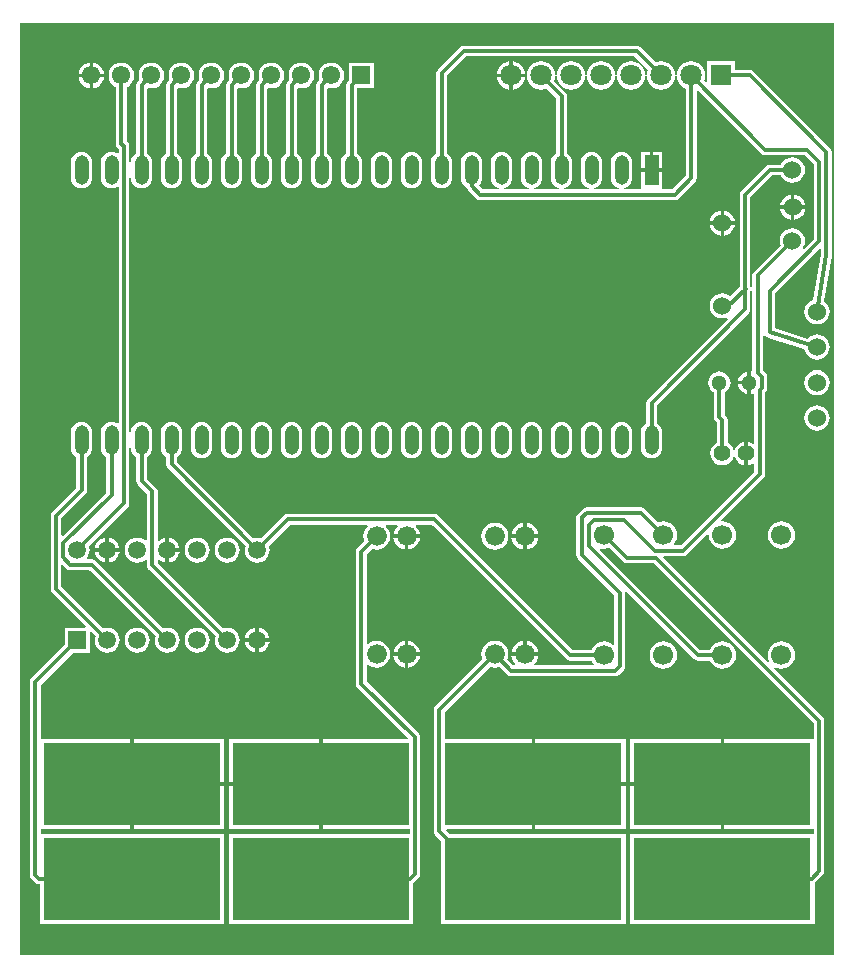
<source format=gtl>
G04 Layer_Physical_Order=1*
G04 Layer_Color=25308*
%FSLAX25Y25*%
%MOIN*%
G70*
G01*
G75*
%ADD10R,0.59055X0.27559*%
%ADD11C,0.01181*%
%ADD12C,0.06000*%
%ADD13C,0.05512*%
%ADD14R,0.05906X0.05906*%
%ADD15C,0.05906*%
%ADD16C,0.06600*%
%ADD17R,0.07087X0.07087*%
%ADD18C,0.07087*%
%ADD19C,0.06102*%
%ADD20R,0.06102X0.06102*%
%ADD21R,0.04724X0.09843*%
%ADD22O,0.04724X0.09843*%
%ADD23C,0.05118*%
%ADD24C,0.06693*%
G36*
X332438Y61263D02*
X61263D01*
Y371808D01*
X332438D01*
Y61263D01*
D02*
G37*
%LPC*%
G36*
X194481Y200197D02*
X190630D01*
Y196345D01*
X191209Y196422D01*
X192299Y196873D01*
X193235Y197591D01*
X193954Y198528D01*
X194405Y199618D01*
X194481Y200197D01*
D02*
G37*
G36*
X189449D02*
X185597D01*
X185674Y199618D01*
X186125Y198528D01*
X186843Y197591D01*
X187779Y196873D01*
X188870Y196422D01*
X189449Y196345D01*
Y200197D01*
D02*
G37*
G36*
X228819D02*
X224967D01*
X225044Y199618D01*
X225495Y198528D01*
X226213Y197591D01*
X227150Y196873D01*
X228240Y196422D01*
X228819Y196345D01*
Y200197D01*
D02*
G37*
G36*
X314961Y205669D02*
X313779Y205513D01*
X312678Y205057D01*
X311732Y204331D01*
X311006Y203386D01*
X310550Y202284D01*
X310394Y201102D01*
X310550Y199920D01*
X311006Y198819D01*
X311732Y197873D01*
X312678Y197148D01*
X313779Y196691D01*
X314961Y196536D01*
X316143Y196691D01*
X317244Y197148D01*
X318190Y197873D01*
X318916Y198819D01*
X319372Y199920D01*
X319527Y201102D01*
X319372Y202284D01*
X318916Y203386D01*
X318190Y204331D01*
X317244Y205057D01*
X316143Y205513D01*
X314961Y205669D01*
D02*
G37*
G36*
X233851Y200197D02*
X230000D01*
Y196345D01*
X230579Y196422D01*
X231669Y196873D01*
X232605Y197591D01*
X233324Y198528D01*
X233775Y199618D01*
X233851Y200197D01*
D02*
G37*
G36*
X89646Y195512D02*
X86144D01*
X86209Y195023D01*
X86625Y194018D01*
X87288Y193154D01*
X88151Y192491D01*
X89157Y192075D01*
X89646Y192011D01*
Y195512D01*
D02*
G37*
G36*
X130236Y200272D02*
X129157Y200130D01*
X128151Y199713D01*
X127288Y199051D01*
X126625Y198187D01*
X126209Y197181D01*
X126067Y196102D01*
X126209Y195023D01*
X126625Y194018D01*
X127288Y193154D01*
X128151Y192491D01*
X129157Y192075D01*
X130236Y191933D01*
X131315Y192075D01*
X132321Y192491D01*
X133185Y193154D01*
X133847Y194018D01*
X134264Y195023D01*
X134406Y196102D01*
X134264Y197181D01*
X133847Y198187D01*
X133185Y199051D01*
X132321Y199713D01*
X131315Y200130D01*
X130236Y200272D01*
D02*
G37*
G36*
X94328Y195512D02*
X90827D01*
Y192011D01*
X91315Y192075D01*
X92321Y192491D01*
X93185Y193154D01*
X93847Y194018D01*
X94264Y195023D01*
X94328Y195512D01*
D02*
G37*
G36*
X219409Y205307D02*
X218240Y205153D01*
X217149Y204702D01*
X216213Y203983D01*
X215495Y203047D01*
X215044Y201957D01*
X214890Y200787D01*
X215044Y199618D01*
X215495Y198528D01*
X216213Y197591D01*
X217149Y196873D01*
X218240Y196422D01*
X219409Y196268D01*
X220579Y196422D01*
X221669Y196873D01*
X222605Y197591D01*
X223324Y198528D01*
X223775Y199618D01*
X223929Y200787D01*
X223775Y201957D01*
X223324Y203047D01*
X222605Y203983D01*
X221669Y204702D01*
X220579Y205153D01*
X219409Y205307D01*
D02*
G37*
G36*
X114328Y195512D02*
X110827D01*
Y192011D01*
X111315Y192075D01*
X112321Y192491D01*
X113184Y193154D01*
X113847Y194018D01*
X114264Y195023D01*
X114328Y195512D01*
D02*
G37*
G36*
X89646Y200194D02*
X89157Y200130D01*
X88151Y199713D01*
X87288Y199051D01*
X86625Y198187D01*
X86209Y197181D01*
X86144Y196693D01*
X89646D01*
Y200194D01*
D02*
G37*
G36*
X131654Y238967D02*
X130729Y238846D01*
X129867Y238489D01*
X129127Y237921D01*
X128559Y237181D01*
X128201Y236319D01*
X128080Y235394D01*
Y230276D01*
X128201Y229351D01*
X128559Y228489D01*
X129127Y227748D01*
X129867Y227181D01*
X130729Y226823D01*
X131654Y226702D01*
X132579Y226823D01*
X133440Y227181D01*
X134181Y227748D01*
X134749Y228489D01*
X135106Y229351D01*
X135228Y230276D01*
Y235394D01*
X135106Y236319D01*
X134749Y237181D01*
X134181Y237921D01*
X133440Y238489D01*
X132579Y238846D01*
X131654Y238967D01*
D02*
G37*
G36*
X121654D02*
X120729Y238846D01*
X119867Y238489D01*
X119126Y237921D01*
X118559Y237181D01*
X118201Y236319D01*
X118080Y235394D01*
Y230276D01*
X118201Y229351D01*
X118559Y228489D01*
X119126Y227748D01*
X119867Y227181D01*
X120729Y226823D01*
X121654Y226702D01*
X122579Y226823D01*
X123441Y227181D01*
X124181Y227748D01*
X124749Y228489D01*
X125106Y229351D01*
X125227Y230276D01*
Y235394D01*
X125106Y236319D01*
X124749Y237181D01*
X124181Y237921D01*
X123441Y238489D01*
X122579Y238846D01*
X121654Y238967D01*
D02*
G37*
G36*
X141654D02*
X140729Y238846D01*
X139867Y238489D01*
X139127Y237921D01*
X138558Y237181D01*
X138201Y236319D01*
X138080Y235394D01*
Y230276D01*
X138201Y229351D01*
X138558Y228489D01*
X139127Y227748D01*
X139867Y227181D01*
X140729Y226823D01*
X141654Y226702D01*
X142579Y226823D01*
X143440Y227181D01*
X144181Y227748D01*
X144749Y228489D01*
X145106Y229351D01*
X145228Y230276D01*
Y235394D01*
X145106Y236319D01*
X144749Y237181D01*
X144181Y237921D01*
X143440Y238489D01*
X142579Y238846D01*
X141654Y238967D01*
D02*
G37*
G36*
X161654D02*
X160729Y238846D01*
X159867Y238489D01*
X159126Y237921D01*
X158558Y237181D01*
X158202Y236319D01*
X158080Y235394D01*
Y230276D01*
X158202Y229351D01*
X158558Y228489D01*
X159126Y227748D01*
X159867Y227181D01*
X160729Y226823D01*
X161654Y226702D01*
X162579Y226823D01*
X163441Y227181D01*
X164181Y227748D01*
X164749Y228489D01*
X165106Y229351D01*
X165227Y230276D01*
Y235394D01*
X165106Y236319D01*
X164749Y237181D01*
X164181Y237921D01*
X163441Y238489D01*
X162579Y238846D01*
X161654Y238967D01*
D02*
G37*
G36*
X151654D02*
X150729Y238846D01*
X149867Y238489D01*
X149127Y237921D01*
X148558Y237181D01*
X148202Y236319D01*
X148080Y235394D01*
Y230276D01*
X148202Y229351D01*
X148558Y228489D01*
X149127Y227748D01*
X149867Y227181D01*
X150729Y226823D01*
X151654Y226702D01*
X152579Y226823D01*
X153440Y227181D01*
X154181Y227748D01*
X154749Y228489D01*
X155106Y229351D01*
X155227Y230276D01*
Y235394D01*
X155106Y236319D01*
X154749Y237181D01*
X154181Y237921D01*
X153440Y238489D01*
X152579Y238846D01*
X151654Y238967D01*
D02*
G37*
G36*
X110827Y200194D02*
Y196693D01*
X114328D01*
X114264Y197181D01*
X113847Y198187D01*
X113184Y199051D01*
X112321Y199713D01*
X111315Y200130D01*
X110827Y200194D01*
D02*
G37*
G36*
X90827D02*
Y196693D01*
X94328D01*
X94264Y197181D01*
X93847Y198187D01*
X93185Y199051D01*
X92321Y199713D01*
X91315Y200130D01*
X90827Y200194D01*
D02*
G37*
G36*
X228819Y205229D02*
X228240Y205153D01*
X227150Y204702D01*
X226213Y203983D01*
X225495Y203047D01*
X225044Y201957D01*
X224967Y201378D01*
X228819D01*
Y205229D01*
D02*
G37*
G36*
X294291Y255741D02*
X293315Y255612D01*
X292405Y255236D01*
X291624Y254636D01*
X291024Y253855D01*
X290648Y252945D01*
X290519Y251969D01*
X290648Y250992D01*
X291024Y250082D01*
X291624Y249301D01*
X292405Y248702D01*
X292485Y248669D01*
Y240521D01*
X292622Y239830D01*
X293014Y239244D01*
X293406Y238852D01*
Y231860D01*
X293227Y231786D01*
X292405Y231154D01*
X291774Y230332D01*
X291377Y229374D01*
X291242Y228347D01*
X291377Y227319D01*
X291774Y226361D01*
X292405Y225539D01*
X293227Y224908D01*
X294185Y224511D01*
X295213Y224376D01*
X296240Y224511D01*
X297198Y224908D01*
X298021Y225539D01*
X298652Y226361D01*
X298942Y227062D01*
X299483D01*
X299774Y226361D01*
X300405Y225539D01*
X301227Y224908D01*
X302185Y224511D01*
X302622Y224453D01*
Y228347D01*
Y232240D01*
X302185Y232182D01*
X301227Y231786D01*
X300405Y231154D01*
X299774Y230332D01*
X299483Y229631D01*
X298942D01*
X298652Y230332D01*
X298021Y231154D01*
X297198Y231786D01*
X297019Y231860D01*
Y239600D01*
X296882Y240291D01*
X296490Y240877D01*
X296098Y241269D01*
Y248669D01*
X296178Y248702D01*
X296959Y249301D01*
X297558Y250082D01*
X297935Y250992D01*
X298064Y251969D01*
X297935Y252945D01*
X297558Y253855D01*
X296959Y254636D01*
X296178Y255236D01*
X295268Y255612D01*
X294291Y255741D01*
D02*
G37*
G36*
X230000Y205229D02*
Y201378D01*
X233851D01*
X233775Y201957D01*
X233324Y203047D01*
X232605Y203983D01*
X231669Y204702D01*
X230579Y205153D01*
X230000Y205229D01*
D02*
G37*
G36*
X120236Y200272D02*
X119157Y200130D01*
X118151Y199713D01*
X117288Y199051D01*
X116625Y198187D01*
X116209Y197181D01*
X116067Y196102D01*
X116209Y195023D01*
X116625Y194018D01*
X117288Y193154D01*
X118151Y192491D01*
X119157Y192075D01*
X120236Y191933D01*
X121315Y192075D01*
X122321Y192491D01*
X123185Y193154D01*
X123847Y194018D01*
X124264Y195023D01*
X124406Y196102D01*
X124264Y197181D01*
X123847Y198187D01*
X123185Y199051D01*
X122321Y199713D01*
X121315Y200130D01*
X120236Y200272D01*
D02*
G37*
G36*
X262992Y133071D02*
X232874D01*
Y118701D01*
X262992D01*
Y133071D01*
D02*
G37*
G36*
X160827D02*
X130709D01*
Y118701D01*
X160827D01*
Y133071D01*
D02*
G37*
G36*
X294685D02*
X264567D01*
Y118701D01*
X294685D01*
Y133071D01*
D02*
G37*
G36*
X189449Y160827D02*
X185597D01*
X185674Y160248D01*
X186125Y159158D01*
X186843Y158221D01*
X187779Y157503D01*
X188870Y157052D01*
X189449Y156975D01*
Y160827D01*
D02*
G37*
G36*
X275591Y165669D02*
X274409Y165513D01*
X273307Y165057D01*
X272361Y164331D01*
X271636Y163386D01*
X271180Y162284D01*
X271024Y161102D01*
X271180Y159921D01*
X271636Y158819D01*
X272361Y157873D01*
X273307Y157148D01*
X274409Y156691D01*
X275591Y156536D01*
X276772Y156691D01*
X277874Y157148D01*
X278820Y157873D01*
X279545Y158819D01*
X280002Y159921D01*
X280157Y161102D01*
X280002Y162284D01*
X279545Y163386D01*
X278820Y164331D01*
X277874Y165057D01*
X276772Y165513D01*
X275591Y165669D01*
D02*
G37*
G36*
X160827Y117520D02*
X130709D01*
Y103150D01*
X160827D01*
Y117520D01*
D02*
G37*
G36*
X129134D02*
X99016D01*
Y103150D01*
X129134D01*
Y117520D01*
D02*
G37*
G36*
X262992D02*
X232874D01*
Y103150D01*
X262992D01*
Y117520D01*
D02*
G37*
G36*
X129134Y133071D02*
X99016D01*
Y118701D01*
X129134D01*
Y133071D01*
D02*
G37*
G36*
X294685Y117520D02*
X264567D01*
Y103150D01*
X294685D01*
Y117520D01*
D02*
G37*
G36*
X194481Y160827D02*
X190630D01*
Y156975D01*
X191209Y157052D01*
X192299Y157503D01*
X193235Y158221D01*
X193954Y159158D01*
X194405Y160248D01*
X194481Y160827D01*
D02*
G37*
G36*
X139646Y165512D02*
X136144D01*
X136209Y165023D01*
X136625Y164018D01*
X137288Y163154D01*
X138151Y162492D01*
X139157Y162075D01*
X139646Y162011D01*
Y165512D01*
D02*
G37*
G36*
X230000Y165859D02*
Y162008D01*
X233851D01*
X233775Y162587D01*
X233324Y163677D01*
X232605Y164613D01*
X231669Y165332D01*
X230579Y165783D01*
X230000Y165859D01*
D02*
G37*
G36*
X144328Y165512D02*
X140827D01*
Y162011D01*
X141315Y162075D01*
X142321Y162492D01*
X143184Y163154D01*
X143847Y164018D01*
X144264Y165023D01*
X144328Y165512D01*
D02*
G37*
G36*
X140827Y170194D02*
Y166693D01*
X144328D01*
X144264Y167182D01*
X143847Y168187D01*
X143184Y169051D01*
X142321Y169713D01*
X141315Y170130D01*
X140827Y170194D01*
D02*
G37*
G36*
X139646D02*
X139157Y170130D01*
X138151Y169713D01*
X137288Y169051D01*
X136625Y168187D01*
X136209Y167182D01*
X136144Y166693D01*
X139646D01*
Y170194D01*
D02*
G37*
G36*
X120236Y170272D02*
X119157Y170130D01*
X118151Y169713D01*
X117288Y169051D01*
X116625Y168187D01*
X116209Y167182D01*
X116067Y166102D01*
X116209Y165023D01*
X116625Y164018D01*
X117288Y163154D01*
X118151Y162492D01*
X119157Y162075D01*
X120236Y161933D01*
X121315Y162075D01*
X122321Y162492D01*
X123185Y163154D01*
X123847Y164018D01*
X124264Y165023D01*
X124406Y166102D01*
X124264Y167182D01*
X123847Y168187D01*
X123185Y169051D01*
X122321Y169713D01*
X121315Y170130D01*
X120236Y170272D01*
D02*
G37*
G36*
X100236D02*
X99157Y170130D01*
X98151Y169713D01*
X97288Y169051D01*
X96625Y168187D01*
X96209Y167182D01*
X96067Y166102D01*
X96209Y165023D01*
X96625Y164018D01*
X97288Y163154D01*
X98151Y162492D01*
X99157Y162075D01*
X100236Y161933D01*
X101315Y162075D01*
X102321Y162492D01*
X103184Y163154D01*
X103847Y164018D01*
X104264Y165023D01*
X104406Y166102D01*
X104264Y167182D01*
X103847Y168187D01*
X103184Y169051D01*
X102321Y169713D01*
X101315Y170130D01*
X100236Y170272D01*
D02*
G37*
G36*
X189449Y165859D02*
X188870Y165783D01*
X187779Y165332D01*
X186843Y164613D01*
X186125Y163677D01*
X185674Y162587D01*
X185597Y162008D01*
X189449D01*
Y165859D01*
D02*
G37*
G36*
X228819D02*
X228240Y165783D01*
X227150Y165332D01*
X226213Y164613D01*
X225495Y163677D01*
X225044Y162587D01*
X224967Y162008D01*
X228819D01*
Y165859D01*
D02*
G37*
G36*
X190630D02*
Y162008D01*
X194481D01*
X194405Y162587D01*
X193954Y163677D01*
X193235Y164613D01*
X192299Y165332D01*
X191209Y165783D01*
X190630Y165859D01*
D02*
G37*
G36*
X171654Y238967D02*
X170729Y238846D01*
X169867Y238489D01*
X169126Y237921D01*
X168559Y237181D01*
X168201Y236319D01*
X168080Y235394D01*
Y230276D01*
X168201Y229351D01*
X168559Y228489D01*
X169126Y227748D01*
X169867Y227181D01*
X170729Y226823D01*
X171654Y226702D01*
X172579Y226823D01*
X173441Y227181D01*
X174181Y227748D01*
X174749Y228489D01*
X175106Y229351D01*
X175227Y230276D01*
Y235394D01*
X175106Y236319D01*
X174749Y237181D01*
X174181Y237921D01*
X173441Y238489D01*
X172579Y238846D01*
X171654Y238967D01*
D02*
G37*
G36*
X229530Y353740D02*
X225433D01*
Y349643D01*
X226076Y349728D01*
X227225Y350204D01*
X228212Y350961D01*
X228969Y351948D01*
X229445Y353098D01*
X229530Y353740D01*
D02*
G37*
G36*
X224252D02*
X220155D01*
X220240Y353098D01*
X220716Y351948D01*
X221473Y350961D01*
X222460Y350204D01*
X223609Y349728D01*
X224252Y349643D01*
Y353740D01*
D02*
G37*
G36*
X114921Y358600D02*
X113816Y358454D01*
X112787Y358028D01*
X111903Y357349D01*
X111224Y356465D01*
X110798Y355436D01*
X110652Y354331D01*
X110798Y353226D01*
X110934Y352898D01*
X110376Y352341D01*
X109985Y351754D01*
X109847Y351063D01*
Y328474D01*
X109126Y327921D01*
X108558Y327181D01*
X108202Y326319D01*
X108080Y325394D01*
Y320275D01*
X108202Y319351D01*
X108558Y318489D01*
X109126Y317748D01*
X109867Y317180D01*
X110729Y316824D01*
X111654Y316702D01*
X112579Y316824D01*
X113441Y317180D01*
X114181Y317748D01*
X114749Y318489D01*
X115106Y319351D01*
X115227Y320275D01*
Y325394D01*
X115106Y326319D01*
X114749Y327181D01*
X114181Y327921D01*
X113460Y328474D01*
Y349814D01*
X113595Y349963D01*
X113960Y350188D01*
X114921Y350062D01*
X116026Y350207D01*
X117056Y350634D01*
X117940Y351312D01*
X118618Y352196D01*
X119044Y353226D01*
X119190Y354331D01*
X119044Y355436D01*
X118618Y356465D01*
X117940Y357349D01*
X117056Y358028D01*
X116026Y358454D01*
X114921Y358600D01*
D02*
G37*
G36*
X134921D02*
X133816Y358454D01*
X132787Y358028D01*
X131903Y357349D01*
X131224Y356465D01*
X130798Y355436D01*
X130652Y354331D01*
X130798Y353226D01*
X130934Y352898D01*
X130376Y352341D01*
X129985Y351754D01*
X129847Y351063D01*
Y328474D01*
X129127Y327921D01*
X128559Y327181D01*
X128201Y326319D01*
X128080Y325394D01*
Y320275D01*
X128201Y319351D01*
X128559Y318489D01*
X129127Y317748D01*
X129867Y317180D01*
X130729Y316824D01*
X131654Y316702D01*
X132579Y316824D01*
X133440Y317180D01*
X134181Y317748D01*
X134749Y318489D01*
X135106Y319351D01*
X135228Y320275D01*
Y325394D01*
X135106Y326319D01*
X134749Y327181D01*
X134181Y327921D01*
X133460Y328474D01*
Y349814D01*
X133595Y349963D01*
X133960Y350188D01*
X134921Y350062D01*
X136026Y350207D01*
X137056Y350634D01*
X137940Y351312D01*
X138618Y352196D01*
X139044Y353226D01*
X139190Y354331D01*
X139044Y355436D01*
X138618Y356465D01*
X137940Y357349D01*
X137056Y358028D01*
X136026Y358454D01*
X134921Y358600D01*
D02*
G37*
G36*
X124921D02*
X123816Y358454D01*
X122787Y358028D01*
X121903Y357349D01*
X121224Y356465D01*
X120798Y355436D01*
X120652Y354331D01*
X120798Y353226D01*
X120934Y352898D01*
X120376Y352341D01*
X119985Y351754D01*
X119847Y351063D01*
Y328474D01*
X119126Y327921D01*
X118559Y327181D01*
X118201Y326319D01*
X118080Y325394D01*
Y320275D01*
X118201Y319351D01*
X118559Y318489D01*
X119126Y317748D01*
X119867Y317180D01*
X120729Y316824D01*
X121654Y316702D01*
X122579Y316824D01*
X123441Y317180D01*
X124181Y317748D01*
X124749Y318489D01*
X125106Y319351D01*
X125227Y320275D01*
Y325394D01*
X125106Y326319D01*
X124749Y327181D01*
X124181Y327921D01*
X123460Y328474D01*
Y349814D01*
X123595Y349963D01*
X123960Y350188D01*
X124921Y350062D01*
X126026Y350207D01*
X127056Y350634D01*
X127940Y351312D01*
X128618Y352196D01*
X129044Y353226D01*
X129190Y354331D01*
X129044Y355436D01*
X128618Y356465D01*
X127940Y357349D01*
X127056Y358028D01*
X126026Y358454D01*
X124921Y358600D01*
D02*
G37*
G36*
X179154Y358563D02*
X170689D01*
Y352653D01*
X170376Y352341D01*
X169985Y351754D01*
X169847Y351063D01*
Y328474D01*
X169126Y327921D01*
X168559Y327181D01*
X168201Y326319D01*
X168080Y325394D01*
Y320275D01*
X168201Y319351D01*
X168559Y318489D01*
X169126Y317748D01*
X169867Y317180D01*
X170729Y316824D01*
X171654Y316702D01*
X172579Y316824D01*
X173441Y317180D01*
X174181Y317748D01*
X174749Y318489D01*
X175106Y319351D01*
X175227Y320275D01*
Y325394D01*
X175106Y326319D01*
X174749Y327181D01*
X174181Y327921D01*
X173460Y328474D01*
Y350098D01*
X179154D01*
Y358563D01*
D02*
G37*
G36*
X81654Y328967D02*
X80729Y328846D01*
X79867Y328489D01*
X79127Y327921D01*
X78558Y327181D01*
X78202Y326319D01*
X78080Y325394D01*
Y320275D01*
X78202Y319351D01*
X78558Y318489D01*
X79127Y317748D01*
X79867Y317180D01*
X80729Y316824D01*
X81654Y316702D01*
X82579Y316824D01*
X83441Y317180D01*
X84181Y317748D01*
X84749Y318489D01*
X85106Y319351D01*
X85228Y320275D01*
Y325394D01*
X85106Y326319D01*
X84749Y327181D01*
X84181Y327921D01*
X83441Y328489D01*
X82579Y328846D01*
X81654Y328967D01*
D02*
G37*
G36*
X181654D02*
X180729Y328846D01*
X179867Y328489D01*
X179127Y327921D01*
X178559Y327181D01*
X178201Y326319D01*
X178080Y325394D01*
Y320275D01*
X178201Y319351D01*
X178559Y318489D01*
X179127Y317748D01*
X179867Y317180D01*
X180729Y316824D01*
X181654Y316702D01*
X182579Y316824D01*
X183440Y317180D01*
X184181Y317748D01*
X184749Y318489D01*
X185106Y319351D01*
X185228Y320275D01*
Y325394D01*
X185106Y326319D01*
X184749Y327181D01*
X184181Y327921D01*
X183440Y328489D01*
X182579Y328846D01*
X181654Y328967D01*
D02*
G37*
G36*
X104921Y358600D02*
X103816Y358454D01*
X102787Y358028D01*
X101903Y357349D01*
X101224Y356465D01*
X100798Y355436D01*
X100652Y354331D01*
X100798Y353226D01*
X100934Y352898D01*
X100376Y352341D01*
X99985Y351754D01*
X99847Y351063D01*
Y328474D01*
X99126Y327921D01*
X98558Y327181D01*
X98202Y326319D01*
X98106Y325596D01*
X97606Y325629D01*
Y330721D01*
X97469Y331413D01*
X97077Y331998D01*
X96728Y332348D01*
Y350498D01*
X97056Y350634D01*
X97940Y351312D01*
X98618Y352196D01*
X99045Y353226D01*
X99190Y354331D01*
X99045Y355436D01*
X98618Y356465D01*
X97940Y357349D01*
X97056Y358028D01*
X96026Y358454D01*
X94921Y358600D01*
X93816Y358454D01*
X92787Y358028D01*
X91903Y357349D01*
X91224Y356465D01*
X90798Y355436D01*
X90652Y354331D01*
X90798Y353226D01*
X91224Y352196D01*
X91903Y351312D01*
X92787Y350634D01*
X93115Y350498D01*
Y331600D01*
X93252Y330909D01*
X93644Y330323D01*
X93994Y329973D01*
Y328630D01*
X93545Y328408D01*
X93441Y328489D01*
X92579Y328846D01*
X91654Y328967D01*
X90729Y328846D01*
X89867Y328489D01*
X89126Y327921D01*
X88559Y327181D01*
X88201Y326319D01*
X88080Y325394D01*
Y320275D01*
X88201Y319351D01*
X88559Y318489D01*
X89126Y317748D01*
X89867Y317180D01*
X90729Y316824D01*
X91654Y316702D01*
X92579Y316824D01*
X93441Y317180D01*
X93545Y317261D01*
X93994Y317040D01*
Y238630D01*
X93545Y238408D01*
X93441Y238489D01*
X92579Y238846D01*
X91654Y238967D01*
X90729Y238846D01*
X89867Y238489D01*
X89126Y237921D01*
X88559Y237181D01*
X88201Y236319D01*
X88080Y235394D01*
Y230276D01*
X88201Y229351D01*
X88559Y228489D01*
X89126Y227748D01*
X89847Y227195D01*
Y215302D01*
X75418Y200872D01*
X74956Y201064D01*
Y206801D01*
X82931Y214776D01*
X83323Y215362D01*
X83460Y216054D01*
Y227195D01*
X84181Y227748D01*
X84749Y228489D01*
X85106Y229351D01*
X85228Y230276D01*
Y235394D01*
X85106Y236319D01*
X84749Y237181D01*
X84181Y237921D01*
X83441Y238489D01*
X82579Y238846D01*
X81654Y238967D01*
X80729Y238846D01*
X79867Y238489D01*
X79127Y237921D01*
X78558Y237181D01*
X78202Y236319D01*
X78080Y235394D01*
Y230276D01*
X78202Y229351D01*
X78558Y228489D01*
X79127Y227748D01*
X79847Y227195D01*
Y216802D01*
X71872Y208827D01*
X71481Y208241D01*
X71343Y207550D01*
Y183189D01*
X71481Y182498D01*
X71872Y181912D01*
X83086Y170698D01*
X82894Y170236D01*
X76102D01*
Y164523D01*
X64923Y153343D01*
X64531Y152758D01*
X64394Y152066D01*
Y87914D01*
X64531Y87223D01*
X64923Y86637D01*
X66223Y85337D01*
X66809Y84945D01*
X67500Y84808D01*
X67716D01*
Y71654D01*
X129134D01*
Y101575D01*
X68006D01*
Y103150D01*
X97835D01*
Y118110D01*
Y133071D01*
X68006D01*
Y151318D01*
X78657Y161969D01*
X84370D01*
Y168761D01*
X84832Y168952D01*
X86324Y167460D01*
X86209Y167182D01*
X86067Y166102D01*
X86209Y165023D01*
X86625Y164018D01*
X87288Y163154D01*
X88151Y162492D01*
X89157Y162075D01*
X90236Y161933D01*
X91315Y162075D01*
X92321Y162492D01*
X93185Y163154D01*
X93847Y164018D01*
X94264Y165023D01*
X94406Y166102D01*
X94264Y167182D01*
X93847Y168187D01*
X93185Y169051D01*
X92321Y169713D01*
X91315Y170130D01*
X90236Y170272D01*
X89157Y170130D01*
X88879Y170015D01*
X74956Y183937D01*
Y191036D01*
X75418Y191227D01*
X76623Y190023D01*
X77209Y189631D01*
X77900Y189494D01*
X84290D01*
X106324Y167460D01*
X106209Y167182D01*
X106067Y166102D01*
X106209Y165023D01*
X106625Y164018D01*
X107288Y163154D01*
X108151Y162492D01*
X109157Y162075D01*
X110236Y161933D01*
X111315Y162075D01*
X112321Y162492D01*
X113184Y163154D01*
X113847Y164018D01*
X114264Y165023D01*
X114406Y166102D01*
X114264Y167182D01*
X113847Y168187D01*
X113184Y169051D01*
X112321Y169713D01*
X111315Y170130D01*
X110236Y170272D01*
X109157Y170130D01*
X108879Y170015D01*
X86316Y192577D01*
X85730Y192969D01*
X85039Y193106D01*
X83778D01*
X83531Y193606D01*
X83847Y194018D01*
X84264Y195023D01*
X84406Y196102D01*
X84264Y197181D01*
X84148Y197460D01*
X97077Y210389D01*
X97469Y210975D01*
X97606Y211666D01*
Y230041D01*
X98106Y230073D01*
X98202Y229351D01*
X98558Y228489D01*
X99126Y227748D01*
X99847Y227195D01*
Y219246D01*
X99985Y218555D01*
X100376Y217969D01*
X103394Y214952D01*
Y199521D01*
X102894Y199274D01*
X102321Y199713D01*
X101315Y200130D01*
X100236Y200272D01*
X99157Y200130D01*
X98151Y199713D01*
X97288Y199051D01*
X96625Y198187D01*
X96209Y197181D01*
X96067Y196102D01*
X96209Y195023D01*
X96625Y194018D01*
X97288Y193154D01*
X98151Y192491D01*
X99157Y192075D01*
X100236Y191933D01*
X101315Y192075D01*
X102321Y192491D01*
X102894Y192931D01*
X103394Y192684D01*
Y191139D01*
X103531Y190447D01*
X103923Y189861D01*
X126324Y167460D01*
X126209Y167182D01*
X126067Y166102D01*
X126209Y165023D01*
X126625Y164018D01*
X127288Y163154D01*
X128151Y162492D01*
X129157Y162075D01*
X130236Y161933D01*
X131315Y162075D01*
X132321Y162492D01*
X133185Y163154D01*
X133847Y164018D01*
X134264Y165023D01*
X134406Y166102D01*
X134264Y167182D01*
X133847Y168187D01*
X133185Y169051D01*
X132321Y169713D01*
X131315Y170130D01*
X130236Y170272D01*
X129157Y170130D01*
X128879Y170015D01*
X107006Y191887D01*
Y192740D01*
X107506Y192987D01*
X108151Y192491D01*
X109157Y192075D01*
X109646Y192011D01*
Y196102D01*
Y200194D01*
X109157Y200130D01*
X108151Y199713D01*
X107506Y199218D01*
X107006Y199465D01*
Y215700D01*
X106869Y216391D01*
X106477Y216977D01*
X103460Y219995D01*
Y227195D01*
X104181Y227748D01*
X104749Y228489D01*
X105106Y229351D01*
X105227Y230276D01*
Y235394D01*
X105106Y236319D01*
X104749Y237181D01*
X104181Y237921D01*
X103440Y238489D01*
X102579Y238846D01*
X101654Y238967D01*
X100729Y238846D01*
X99867Y238489D01*
X99126Y237921D01*
X98558Y237181D01*
X98202Y236319D01*
X98106Y235596D01*
X97606Y235629D01*
Y320040D01*
X98106Y320073D01*
X98202Y319351D01*
X98558Y318489D01*
X99126Y317748D01*
X99867Y317180D01*
X100729Y316824D01*
X101654Y316702D01*
X102579Y316824D01*
X103440Y317180D01*
X104181Y317748D01*
X104749Y318489D01*
X105106Y319351D01*
X105227Y320275D01*
Y325394D01*
X105106Y326319D01*
X104749Y327181D01*
X104181Y327921D01*
X103460Y328474D01*
Y349814D01*
X103595Y349963D01*
X103960Y350188D01*
X104921Y350062D01*
X106026Y350207D01*
X107056Y350634D01*
X107940Y351312D01*
X108618Y352196D01*
X109045Y353226D01*
X109190Y354331D01*
X109045Y355436D01*
X108618Y356465D01*
X107940Y357349D01*
X107056Y358028D01*
X106026Y358454D01*
X104921Y358600D01*
D02*
G37*
G36*
X191654Y328967D02*
X190729Y328846D01*
X189867Y328489D01*
X189127Y327921D01*
X188558Y327181D01*
X188201Y326319D01*
X188080Y325394D01*
Y320275D01*
X188201Y319351D01*
X188558Y318489D01*
X189127Y317748D01*
X189867Y317180D01*
X190729Y316824D01*
X191654Y316702D01*
X192579Y316824D01*
X193440Y317180D01*
X194181Y317748D01*
X194749Y318489D01*
X195106Y319351D01*
X195228Y320275D01*
Y325394D01*
X195106Y326319D01*
X194749Y327181D01*
X194181Y327921D01*
X193440Y328489D01*
X192579Y328846D01*
X191654Y328967D01*
D02*
G37*
G36*
X84331Y358522D02*
X83816Y358454D01*
X82787Y358028D01*
X81903Y357349D01*
X81224Y356465D01*
X80798Y355436D01*
X80730Y354921D01*
X84331D01*
Y358522D01*
D02*
G37*
G36*
X266673Y364306D02*
X209154D01*
X208462Y364169D01*
X207876Y363777D01*
X200376Y356277D01*
X199985Y355691D01*
X199847Y355000D01*
Y328474D01*
X199127Y327921D01*
X198558Y327181D01*
X198202Y326319D01*
X198080Y325394D01*
Y320275D01*
X198202Y319351D01*
X198558Y318489D01*
X199127Y317748D01*
X199867Y317180D01*
X200729Y316824D01*
X201654Y316702D01*
X202579Y316824D01*
X203440Y317180D01*
X204181Y317748D01*
X204749Y318489D01*
X205106Y319351D01*
X205227Y320275D01*
Y325394D01*
X205106Y326319D01*
X204749Y327181D01*
X204181Y327921D01*
X203460Y328474D01*
Y354252D01*
X209902Y360694D01*
X265925D01*
X270479Y356140D01*
X270240Y355564D01*
X270124Y354687D01*
Y354687D01*
X270095Y354462D01*
X270092D01*
X270075D01*
X270046D01*
X269639D01*
X269610Y354462D01*
X269593Y354462D01*
X269590D01*
X269561Y354687D01*
Y354687D01*
X269445Y355564D01*
X268969Y356713D01*
X268212Y357700D01*
X267225Y358458D01*
X266076Y358934D01*
X264843Y359096D01*
X263609Y358934D01*
X262460Y358458D01*
X261473Y357700D01*
X260716Y356713D01*
X260240Y355564D01*
X260124Y354687D01*
Y354687D01*
X260095Y354462D01*
X260092D01*
X260075D01*
X260047D01*
X259639D01*
X259610Y354462D01*
X259593Y354462D01*
X259591D01*
X259561Y354687D01*
Y354687D01*
X259445Y355564D01*
X258969Y356713D01*
X258212Y357700D01*
X257225Y358458D01*
X256076Y358934D01*
X254843Y359096D01*
X253609Y358934D01*
X252460Y358458D01*
X251473Y357700D01*
X250716Y356713D01*
X250240Y355564D01*
X250124Y354687D01*
Y354687D01*
X250095Y354462D01*
X250092D01*
X250076D01*
X250046D01*
X249639D01*
X249610Y354462D01*
X249593Y354462D01*
X249590D01*
X249561Y354687D01*
Y354687D01*
X249445Y355564D01*
X248969Y356713D01*
X248212Y357700D01*
X247225Y358458D01*
X246076Y358934D01*
X244843Y359096D01*
X243609Y358934D01*
X242460Y358458D01*
X241473Y357700D01*
X240716Y356713D01*
X240240Y355564D01*
X240124Y354687D01*
Y354687D01*
X240095Y354462D01*
X240092D01*
X240075D01*
X240047D01*
X239639D01*
X239610Y354462D01*
X239593Y354462D01*
X239591D01*
X239561Y354687D01*
Y354687D01*
X239445Y355564D01*
X238969Y356713D01*
X238212Y357700D01*
X237225Y358458D01*
X236076Y358934D01*
X234843Y359096D01*
X233609Y358934D01*
X232460Y358458D01*
X231473Y357700D01*
X230716Y356713D01*
X230240Y355564D01*
X230124Y354687D01*
Y354687D01*
X230095Y354462D01*
X230095D01*
X230077Y354331D01*
X230095Y354199D01*
X230095D01*
X230124Y353975D01*
Y353975D01*
X230240Y353098D01*
X230716Y351948D01*
X231473Y350961D01*
X232460Y350204D01*
X233609Y349728D01*
X234843Y349566D01*
X236076Y349728D01*
X236652Y349967D01*
X239847Y346772D01*
Y328474D01*
X239126Y327921D01*
X238559Y327181D01*
X238201Y326319D01*
X238080Y325394D01*
Y320275D01*
X238201Y319351D01*
X238559Y318489D01*
X239126Y317748D01*
X239867Y317180D01*
X240729Y316824D01*
X240627Y316349D01*
X232681D01*
X232579Y316824D01*
X233440Y317180D01*
X234181Y317748D01*
X234749Y318489D01*
X235106Y319351D01*
X235227Y320275D01*
Y325394D01*
X235106Y326319D01*
X234749Y327181D01*
X234181Y327921D01*
X233440Y328489D01*
X232579Y328846D01*
X231654Y328967D01*
X230729Y328846D01*
X229867Y328489D01*
X229127Y327921D01*
X228558Y327181D01*
X228202Y326319D01*
X228080Y325394D01*
Y320275D01*
X228202Y319351D01*
X228558Y318489D01*
X229127Y317748D01*
X229867Y317180D01*
X230729Y316824D01*
X230627Y316349D01*
X222681D01*
X222579Y316824D01*
X223441Y317180D01*
X224181Y317748D01*
X224749Y318489D01*
X225106Y319351D01*
X225227Y320275D01*
Y325394D01*
X225106Y326319D01*
X224749Y327181D01*
X224181Y327921D01*
X223441Y328489D01*
X222579Y328846D01*
X221654Y328967D01*
X220729Y328846D01*
X219867Y328489D01*
X219127Y327921D01*
X218559Y327181D01*
X218201Y326319D01*
X218080Y325394D01*
Y320275D01*
X218201Y319351D01*
X218559Y318489D01*
X219127Y317748D01*
X219867Y317180D01*
X220729Y316824D01*
X220627Y316349D01*
X215359D01*
X214167Y317541D01*
X214181Y317748D01*
X214749Y318489D01*
X215106Y319351D01*
X215228Y320275D01*
Y325394D01*
X215106Y326319D01*
X214749Y327181D01*
X214181Y327921D01*
X213440Y328489D01*
X212579Y328846D01*
X211654Y328967D01*
X210729Y328846D01*
X209867Y328489D01*
X209126Y327921D01*
X208559Y327181D01*
X208202Y326319D01*
X208080Y325394D01*
Y320275D01*
X208202Y319351D01*
X208559Y318489D01*
X209126Y317748D01*
X209867Y317180D01*
X209915Y317161D01*
X209985Y316809D01*
X210376Y316223D01*
X213334Y313265D01*
X213920Y312874D01*
X214611Y312736D01*
X279385D01*
X280077Y312874D01*
X280662Y313265D01*
X286120Y318723D01*
X286511Y319309D01*
X286649Y320000D01*
Y349263D01*
X287149Y349470D01*
X308296Y328323D01*
X308882Y327931D01*
X309573Y327794D01*
X322852D01*
X325800Y324845D01*
Y299895D01*
X322541Y296636D01*
X322164Y296967D01*
X322270Y297104D01*
X322691Y298121D01*
X322835Y299213D01*
X322691Y300304D01*
X322270Y301321D01*
X321599Y302195D01*
X320726Y302865D01*
X319709Y303286D01*
X318617Y303430D01*
X317526Y303286D01*
X316509Y302865D01*
X315635Y302195D01*
X314965Y301321D01*
X314544Y300304D01*
X314400Y299213D01*
X314544Y298121D01*
X314669Y297819D01*
X305809Y288959D01*
X305418Y288373D01*
X305280Y287682D01*
Y283420D01*
X304867Y283379D01*
X304814Y283374D01*
X304789Y283371D01*
X304784Y283371D01*
X304718Y283684D01*
X304715Y283697D01*
Y283697D01*
X304656Y283994D01*
X304632Y284031D01*
Y313888D01*
X311772Y321028D01*
X314840D01*
X314965Y320726D01*
X315635Y319853D01*
X316509Y319182D01*
X317526Y318761D01*
X318617Y318617D01*
X319709Y318761D01*
X320726Y319182D01*
X321599Y319853D01*
X322270Y320726D01*
X322691Y321743D01*
X322835Y322835D01*
X322691Y323926D01*
X322270Y324943D01*
X321599Y325817D01*
X320726Y326487D01*
X319709Y326908D01*
X318617Y327052D01*
X317526Y326908D01*
X316509Y326487D01*
X315635Y325817D01*
X314965Y324943D01*
X314840Y324641D01*
X311024D01*
X310332Y324503D01*
X309746Y324112D01*
X301548Y315914D01*
X301156Y315328D01*
X301019Y314636D01*
Y283889D01*
X297926Y280796D01*
X297384Y281211D01*
X296367Y281632D01*
X295276Y281776D01*
X294184Y281632D01*
X293167Y281211D01*
X292294Y280541D01*
X291623Y279668D01*
X291202Y278650D01*
X291058Y277559D01*
X291202Y276467D01*
X291623Y275450D01*
X292294Y274577D01*
X293167Y273907D01*
X294184Y273485D01*
X295276Y273342D01*
X296367Y273485D01*
X296768Y273652D01*
X297051Y273228D01*
X270376Y246553D01*
X269985Y245967D01*
X269847Y245276D01*
Y238474D01*
X269127Y237921D01*
X268559Y237181D01*
X268201Y236319D01*
X268080Y235394D01*
Y230276D01*
X268201Y229351D01*
X268559Y228489D01*
X269127Y227748D01*
X269867Y227181D01*
X270729Y226823D01*
X271654Y226702D01*
X272579Y226823D01*
X273441Y227181D01*
X274181Y227748D01*
X274749Y228489D01*
X275106Y229351D01*
X275227Y230276D01*
Y235394D01*
X275106Y236319D01*
X274749Y237181D01*
X274181Y237921D01*
X273460Y238474D01*
Y244527D01*
X304103Y275170D01*
X304494Y275756D01*
X304632Y276447D01*
Y282574D01*
X304656Y282611D01*
X304715Y282908D01*
Y282908D01*
X304718Y282920D01*
X304784Y283234D01*
X304789Y283233D01*
X304814Y283231D01*
X304867Y283226D01*
X305280Y283185D01*
Y256048D01*
X304780Y255656D01*
X304724Y255663D01*
Y251969D01*
Y248274D01*
X305110Y248325D01*
X305518Y248494D01*
X305934Y248216D01*
Y231786D01*
X305485Y231565D01*
X305198Y231786D01*
X304240Y232182D01*
X303803Y232240D01*
Y228347D01*
Y224453D01*
X304240Y224511D01*
X305198Y224908D01*
X305485Y225128D01*
X305934Y224907D01*
Y222288D01*
X281436Y197791D01*
X279386D01*
X279140Y198291D01*
X279545Y198819D01*
X280002Y199920D01*
X280157Y201102D01*
X280002Y202284D01*
X279545Y203386D01*
X278820Y204331D01*
X277874Y205057D01*
X276772Y205513D01*
X275591Y205669D01*
X274409Y205513D01*
X273932Y205316D01*
X269388Y209860D01*
X268801Y210252D01*
X268110Y210389D01*
X250000D01*
X249309Y210252D01*
X248723Y209860D01*
X247148Y208285D01*
X246756Y207699D01*
X246619Y207008D01*
Y194475D01*
X246756Y193783D01*
X247148Y193198D01*
X259294Y181052D01*
Y164840D01*
X258794Y164593D01*
X258189Y165057D01*
X257087Y165513D01*
X255906Y165669D01*
X254724Y165513D01*
X253622Y165057D01*
X252677Y164331D01*
X251951Y163386D01*
X251753Y162909D01*
X245346D01*
X200577Y207677D01*
X199991Y208069D01*
X199300Y208206D01*
X150534D01*
X149843Y208069D01*
X149257Y207677D01*
X141594Y200014D01*
X141315Y200130D01*
X140236Y200272D01*
X139157Y200130D01*
X138879Y200014D01*
X113460Y225433D01*
Y227195D01*
X114181Y227748D01*
X114749Y228489D01*
X115106Y229351D01*
X115227Y230276D01*
Y235394D01*
X115106Y236319D01*
X114749Y237181D01*
X114181Y237921D01*
X113441Y238489D01*
X112579Y238846D01*
X111654Y238967D01*
X110729Y238846D01*
X109867Y238489D01*
X109126Y237921D01*
X108558Y237181D01*
X108202Y236319D01*
X108080Y235394D01*
Y230276D01*
X108202Y229351D01*
X108558Y228489D01*
X109126Y227748D01*
X109847Y227195D01*
Y224685D01*
X109985Y223994D01*
X110376Y223408D01*
X136324Y197460D01*
X136209Y197181D01*
X136067Y196102D01*
X136209Y195023D01*
X136625Y194018D01*
X137288Y193154D01*
X138151Y192491D01*
X139157Y192075D01*
X140236Y191933D01*
X141315Y192075D01*
X142321Y192491D01*
X143184Y193154D01*
X143847Y194018D01*
X144264Y195023D01*
X144406Y196102D01*
X144264Y197181D01*
X144148Y197460D01*
X151282Y204594D01*
X176861D01*
X177022Y204120D01*
X176843Y203983D01*
X176125Y203047D01*
X175674Y201957D01*
X175520Y200787D01*
X175674Y199618D01*
X175862Y199164D01*
X173623Y196925D01*
X173231Y196339D01*
X173094Y195648D01*
Y151600D01*
X173231Y150909D01*
X173623Y150323D01*
X190413Y133533D01*
X190221Y133071D01*
X162008D01*
Y118110D01*
Y103150D01*
X190994D01*
Y101575D01*
X130709D01*
Y71654D01*
X192126D01*
Y85069D01*
X192527Y85337D01*
X194077Y86887D01*
X194469Y87473D01*
X194606Y88164D01*
Y133700D01*
X194469Y134391D01*
X194077Y134977D01*
X176706Y152348D01*
Y157696D01*
X177206Y157943D01*
X177779Y157503D01*
X178870Y157052D01*
X180039Y156898D01*
X181209Y157052D01*
X182299Y157503D01*
X183235Y158221D01*
X183954Y159158D01*
X184405Y160248D01*
X184559Y161417D01*
X184405Y162587D01*
X183954Y163677D01*
X183235Y164613D01*
X182299Y165332D01*
X181209Y165783D01*
X180039Y165937D01*
X178870Y165783D01*
X177779Y165332D01*
X177206Y164892D01*
X176706Y165138D01*
Y194900D01*
X178416Y196609D01*
X178870Y196422D01*
X180039Y196268D01*
X181209Y196422D01*
X182299Y196873D01*
X183235Y197591D01*
X183954Y198528D01*
X184405Y199618D01*
X184559Y200787D01*
X184405Y201957D01*
X183954Y203047D01*
X183235Y203983D01*
X183057Y204120D01*
X183218Y204594D01*
X186861D01*
X187022Y204120D01*
X186843Y203983D01*
X186125Y203047D01*
X185674Y201957D01*
X185597Y201378D01*
X194481D01*
X194405Y201957D01*
X193954Y203047D01*
X193235Y203983D01*
X193057Y204120D01*
X193218Y204594D01*
X198552D01*
X243320Y159825D01*
X243906Y159433D01*
X244598Y159296D01*
X251753D01*
X251951Y158819D01*
X252421Y158206D01*
X252174Y157706D01*
X232712D01*
X232551Y158180D01*
X232605Y158221D01*
X233324Y159158D01*
X233775Y160248D01*
X233851Y160827D01*
X224967D01*
X225044Y160248D01*
X225495Y159158D01*
X226180Y158265D01*
X226114Y158033D01*
X225980Y157779D01*
X225642Y157739D01*
X223587Y159794D01*
X223775Y160248D01*
X223929Y161417D01*
X223775Y162587D01*
X223324Y163677D01*
X222605Y164613D01*
X221669Y165332D01*
X220579Y165783D01*
X219409Y165937D01*
X218240Y165783D01*
X217149Y165332D01*
X216213Y164613D01*
X215495Y163677D01*
X215044Y162587D01*
X214890Y161417D01*
X215044Y160248D01*
X215231Y159794D01*
X199623Y144185D01*
X199231Y143599D01*
X199094Y142908D01*
Y102500D01*
X199231Y101809D01*
X199623Y101223D01*
X201575Y99271D01*
Y71654D01*
X262992D01*
Y101575D01*
X204380D01*
X203267Y102688D01*
X203458Y103150D01*
X231693D01*
Y118110D01*
Y133071D01*
X202706D01*
Y142160D01*
X217786Y157239D01*
X218240Y157052D01*
X219409Y156898D01*
X220579Y157052D01*
X221033Y157239D01*
X223650Y154623D01*
X224236Y154231D01*
X224927Y154094D01*
X259500D01*
X260191Y154231D01*
X260777Y154623D01*
X262377Y156223D01*
X262769Y156809D01*
X262906Y157500D01*
Y181800D01*
X262827Y182199D01*
X263288Y182445D01*
X285908Y159825D01*
X286494Y159433D01*
X287185Y159296D01*
X291123D01*
X291321Y158819D01*
X292046Y157873D01*
X292992Y157148D01*
X294094Y156691D01*
X295276Y156536D01*
X296458Y156691D01*
X297559Y157148D01*
X298505Y157873D01*
X299230Y158819D01*
X299687Y159921D01*
X299842Y161102D01*
X299687Y162284D01*
X299230Y163386D01*
X298505Y164331D01*
X297559Y165057D01*
X296458Y165513D01*
X295276Y165669D01*
X294094Y165513D01*
X292992Y165057D01*
X292046Y164331D01*
X291321Y163386D01*
X291123Y162909D01*
X287933D01*
X254630Y196212D01*
X254878Y196671D01*
X255906Y196536D01*
X257087Y196691D01*
X257564Y196889D01*
X262109Y192345D01*
X262695Y191953D01*
X263386Y191816D01*
X272330D01*
X325694Y138452D01*
Y133071D01*
X295866D01*
Y118110D01*
Y103150D01*
X325694D01*
Y101575D01*
X264567D01*
Y71654D01*
X325984D01*
Y85141D01*
X326277Y85337D01*
X328777Y87837D01*
X329169Y88423D01*
X329306Y89114D01*
Y139200D01*
X329169Y139891D01*
X328777Y140477D01*
X312628Y156627D01*
X312911Y157051D01*
X313779Y156691D01*
X314961Y156536D01*
X316143Y156691D01*
X317244Y157148D01*
X318190Y157873D01*
X318916Y158819D01*
X319372Y159921D01*
X319527Y161102D01*
X319372Y162284D01*
X318916Y163386D01*
X318190Y164331D01*
X317244Y165057D01*
X316143Y165513D01*
X314961Y165669D01*
X313779Y165513D01*
X312678Y165057D01*
X311732Y164331D01*
X311006Y163386D01*
X310550Y162284D01*
X310394Y161102D01*
X310550Y159921D01*
X310909Y159052D01*
X310486Y158769D01*
X275539Y193716D01*
X275730Y194178D01*
X282184D01*
X282875Y194315D01*
X283461Y194707D01*
X290288Y201534D01*
X290737Y201312D01*
X290709Y201102D01*
X290865Y199920D01*
X291321Y198819D01*
X292046Y197873D01*
X292992Y197148D01*
X294094Y196691D01*
X295276Y196536D01*
X296458Y196691D01*
X297559Y197148D01*
X298505Y197873D01*
X299230Y198819D01*
X299687Y199920D01*
X299842Y201102D01*
X299687Y202284D01*
X299230Y203386D01*
X298505Y204331D01*
X297559Y205057D01*
X296458Y205513D01*
X295276Y205669D01*
X295065Y205641D01*
X294844Y206090D01*
X309017Y220263D01*
X309409Y220849D01*
X309546Y221540D01*
Y248702D01*
X309742Y248898D01*
X310133Y249483D01*
X310271Y250175D01*
Y253762D01*
X310133Y254454D01*
X309742Y255040D01*
X308893Y255889D01*
Y267506D01*
X309137Y267726D01*
X309630Y267579D01*
X309746Y267405D01*
X309815Y267359D01*
X309868Y267295D01*
X310106Y267165D01*
X310332Y267014D01*
X310414Y266997D01*
X310487Y266958D01*
X322634Y263176D01*
X322698Y262688D01*
X323119Y261671D01*
X323790Y260798D01*
X324663Y260127D01*
X325680Y259706D01*
X326772Y259562D01*
X327863Y259706D01*
X328880Y260127D01*
X329754Y260798D01*
X330424Y261671D01*
X330845Y262688D01*
X330989Y263780D01*
X330845Y264871D01*
X330424Y265888D01*
X329754Y266762D01*
X328880Y267432D01*
X327863Y267853D01*
X326772Y267997D01*
X325680Y267853D01*
X324663Y267432D01*
X323790Y266762D01*
X323689Y266631D01*
X312830Y270012D01*
Y281816D01*
X327700Y296687D01*
X328162Y296495D01*
Y294687D01*
X325623Y279641D01*
X324663Y279243D01*
X323790Y278573D01*
X323119Y277699D01*
X322698Y276682D01*
X322554Y275591D01*
X322698Y274499D01*
X323119Y273482D01*
X323790Y272609D01*
X324663Y271938D01*
X325680Y271517D01*
X326772Y271373D01*
X327863Y271517D01*
X328880Y271938D01*
X329754Y272609D01*
X330424Y273482D01*
X330845Y274499D01*
X330989Y275591D01*
X330845Y276682D01*
X330424Y277699D01*
X329754Y278573D01*
X329181Y279012D01*
X331750Y294235D01*
X331745Y294387D01*
X331775Y294536D01*
Y328831D01*
X331638Y329523D01*
X331246Y330109D01*
X305747Y355608D01*
X305160Y356000D01*
X304469Y356137D01*
X299567D01*
Y359055D01*
X290118D01*
Y352263D01*
X289656Y352072D01*
X289207Y352521D01*
X289445Y353098D01*
X289608Y354331D01*
X289445Y355564D01*
X288969Y356713D01*
X288212Y357700D01*
X287225Y358458D01*
X286076Y358934D01*
X284843Y359096D01*
X283609Y358934D01*
X282460Y358458D01*
X281473Y357700D01*
X280716Y356713D01*
X280240Y355564D01*
X280124Y354687D01*
Y354687D01*
X280095Y354462D01*
X280092D01*
X280076D01*
X280047D01*
X279639D01*
X279610Y354462D01*
X279593Y354462D01*
X279591D01*
X279561Y354687D01*
Y354687D01*
X279445Y355564D01*
X278969Y356713D01*
X278212Y357700D01*
X277225Y358458D01*
X276076Y358934D01*
X274843Y359096D01*
X273609Y358934D01*
X273033Y358695D01*
X267951Y363777D01*
X267365Y364169D01*
X266673Y364306D01*
D02*
G37*
G36*
X85512Y358522D02*
Y354921D01*
X89112D01*
X89044Y355436D01*
X88618Y356465D01*
X87940Y357349D01*
X87056Y358028D01*
X86026Y358454D01*
X85512Y358522D01*
D02*
G37*
G36*
X225433Y359018D02*
Y354921D01*
X229530D01*
X229445Y355564D01*
X228969Y356713D01*
X228212Y357700D01*
X227225Y358458D01*
X226076Y358934D01*
X225433Y359018D01*
D02*
G37*
G36*
X224252D02*
X223609Y358934D01*
X222460Y358458D01*
X221473Y357700D01*
X220716Y356713D01*
X220240Y355564D01*
X220155Y354921D01*
X224252D01*
Y359018D01*
D02*
G37*
G36*
X154921Y358600D02*
X153816Y358454D01*
X152787Y358028D01*
X151903Y357349D01*
X151224Y356465D01*
X150798Y355436D01*
X150652Y354331D01*
X150798Y353226D01*
X150934Y352898D01*
X150376Y352341D01*
X149985Y351754D01*
X149847Y351063D01*
Y328474D01*
X149127Y327921D01*
X148558Y327181D01*
X148202Y326319D01*
X148080Y325394D01*
Y320275D01*
X148202Y319351D01*
X148558Y318489D01*
X149127Y317748D01*
X149867Y317180D01*
X150729Y316824D01*
X151654Y316702D01*
X152579Y316824D01*
X153440Y317180D01*
X154181Y317748D01*
X154749Y318489D01*
X155106Y319351D01*
X155227Y320275D01*
Y325394D01*
X155106Y326319D01*
X154749Y327181D01*
X154181Y327921D01*
X153460Y328474D01*
Y349814D01*
X153595Y349963D01*
X153960Y350188D01*
X154921Y350062D01*
X156026Y350207D01*
X157056Y350634D01*
X157940Y351312D01*
X158618Y352196D01*
X159045Y353226D01*
X159190Y354331D01*
X159045Y355436D01*
X158618Y356465D01*
X157940Y357349D01*
X157056Y358028D01*
X156026Y358454D01*
X154921Y358600D01*
D02*
G37*
G36*
X144921D02*
X143816Y358454D01*
X142787Y358028D01*
X141903Y357349D01*
X141224Y356465D01*
X140798Y355436D01*
X140652Y354331D01*
X140798Y353226D01*
X140934Y352898D01*
X140376Y352341D01*
X139985Y351754D01*
X139847Y351063D01*
Y328474D01*
X139127Y327921D01*
X138558Y327181D01*
X138201Y326319D01*
X138080Y325394D01*
Y320275D01*
X138201Y319351D01*
X138558Y318489D01*
X139127Y317748D01*
X139867Y317180D01*
X140729Y316824D01*
X141654Y316702D01*
X142579Y316824D01*
X143440Y317180D01*
X144181Y317748D01*
X144749Y318489D01*
X145106Y319351D01*
X145228Y320275D01*
Y325394D01*
X145106Y326319D01*
X144749Y327181D01*
X144181Y327921D01*
X143460Y328474D01*
Y349814D01*
X143595Y349963D01*
X143960Y350188D01*
X144921Y350062D01*
X146026Y350207D01*
X147056Y350634D01*
X147940Y351312D01*
X148618Y352196D01*
X149045Y353226D01*
X149190Y354331D01*
X149045Y355436D01*
X148618Y356465D01*
X147940Y357349D01*
X147056Y358028D01*
X146026Y358454D01*
X144921Y358600D01*
D02*
G37*
G36*
X164921D02*
X163816Y358454D01*
X162787Y358028D01*
X161903Y357349D01*
X161224Y356465D01*
X160798Y355436D01*
X160652Y354331D01*
X160798Y353226D01*
X160934Y352898D01*
X160376Y352341D01*
X159985Y351754D01*
X159847Y351063D01*
Y328474D01*
X159126Y327921D01*
X158558Y327181D01*
X158202Y326319D01*
X158080Y325394D01*
Y320275D01*
X158202Y319351D01*
X158558Y318489D01*
X159126Y317748D01*
X159867Y317180D01*
X160729Y316824D01*
X161654Y316702D01*
X162579Y316824D01*
X163441Y317180D01*
X164181Y317748D01*
X164749Y318489D01*
X165106Y319351D01*
X165227Y320275D01*
Y325394D01*
X165106Y326319D01*
X164749Y327181D01*
X164181Y327921D01*
X163460Y328474D01*
Y349814D01*
X163595Y349963D01*
X163960Y350188D01*
X164921Y350062D01*
X166026Y350207D01*
X167056Y350634D01*
X167940Y351312D01*
X168618Y352196D01*
X169044Y353226D01*
X169190Y354331D01*
X169044Y355436D01*
X168618Y356465D01*
X167940Y357349D01*
X167056Y358028D01*
X166026Y358454D01*
X164921Y358600D01*
D02*
G37*
G36*
X89112Y353740D02*
X85512D01*
Y350140D01*
X86026Y350207D01*
X87056Y350634D01*
X87940Y351312D01*
X88618Y352196D01*
X89044Y353226D01*
X89112Y353740D01*
D02*
G37*
G36*
X84331D02*
X80730D01*
X80798Y353226D01*
X81224Y352196D01*
X81903Y351312D01*
X82787Y350634D01*
X83816Y350207D01*
X84331Y350140D01*
Y353740D01*
D02*
G37*
G36*
X319286Y314572D02*
Y311023D01*
X322835D01*
X322769Y311525D01*
X322347Y312542D01*
X321677Y313415D01*
X320804Y314085D01*
X319787Y314507D01*
X319286Y314572D01*
D02*
G37*
G36*
X251654Y238967D02*
X250729Y238846D01*
X249867Y238489D01*
X249127Y237921D01*
X248558Y237181D01*
X248201Y236319D01*
X248080Y235394D01*
Y230276D01*
X248201Y229351D01*
X248558Y228489D01*
X249127Y227748D01*
X249867Y227181D01*
X250729Y226823D01*
X251654Y226702D01*
X252579Y226823D01*
X253440Y227181D01*
X254181Y227748D01*
X254749Y228489D01*
X255106Y229351D01*
X255227Y230276D01*
Y235394D01*
X255106Y236319D01*
X254749Y237181D01*
X254181Y237921D01*
X253440Y238489D01*
X252579Y238846D01*
X251654Y238967D01*
D02*
G37*
G36*
X241654D02*
X240729Y238846D01*
X239867Y238489D01*
X239126Y237921D01*
X238559Y237181D01*
X238201Y236319D01*
X238080Y235394D01*
Y230276D01*
X238201Y229351D01*
X238559Y228489D01*
X239126Y227748D01*
X239867Y227181D01*
X240729Y226823D01*
X241654Y226702D01*
X242579Y226823D01*
X243441Y227181D01*
X244181Y227748D01*
X244749Y228489D01*
X245106Y229351D01*
X245228Y230276D01*
Y235394D01*
X245106Y236319D01*
X244749Y237181D01*
X244181Y237921D01*
X243441Y238489D01*
X242579Y238846D01*
X241654Y238967D01*
D02*
G37*
G36*
X261654D02*
X260729Y238846D01*
X259867Y238489D01*
X259126Y237921D01*
X258559Y237181D01*
X258202Y236319D01*
X258080Y235394D01*
Y230276D01*
X258202Y229351D01*
X258559Y228489D01*
X259126Y227748D01*
X259867Y227181D01*
X260729Y226823D01*
X261654Y226702D01*
X262579Y226823D01*
X263440Y227181D01*
X264181Y227748D01*
X264749Y228489D01*
X265106Y229351D01*
X265228Y230276D01*
Y235394D01*
X265106Y236319D01*
X264749Y237181D01*
X264181Y237921D01*
X263440Y238489D01*
X262579Y238846D01*
X261654Y238967D01*
D02*
G37*
G36*
X326772Y256186D02*
X325680Y256042D01*
X324663Y255621D01*
X323790Y254951D01*
X323119Y254077D01*
X322698Y253060D01*
X322554Y251969D01*
X322698Y250877D01*
X323119Y249860D01*
X323790Y248987D01*
X324663Y248316D01*
X325680Y247895D01*
X326772Y247751D01*
X327863Y247895D01*
X328880Y248316D01*
X329754Y248987D01*
X330424Y249860D01*
X330845Y250877D01*
X330989Y251969D01*
X330845Y253060D01*
X330424Y254077D01*
X329754Y254951D01*
X328880Y255621D01*
X327863Y256042D01*
X326772Y256186D01*
D02*
G37*
G36*
Y244375D02*
X325680Y244231D01*
X324663Y243810D01*
X323790Y243139D01*
X323119Y242266D01*
X322698Y241249D01*
X322554Y240157D01*
X322698Y239066D01*
X323119Y238049D01*
X323790Y237175D01*
X324663Y236505D01*
X325680Y236084D01*
X326772Y235940D01*
X327863Y236084D01*
X328880Y236505D01*
X329754Y237175D01*
X330424Y238049D01*
X330845Y239066D01*
X330989Y240157D01*
X330845Y241249D01*
X330424Y242266D01*
X329754Y243139D01*
X328880Y243810D01*
X327863Y244231D01*
X326772Y244375D01*
D02*
G37*
G36*
X231654Y238967D02*
X230729Y238846D01*
X229867Y238489D01*
X229127Y237921D01*
X228558Y237181D01*
X228202Y236319D01*
X228080Y235394D01*
Y230276D01*
X228202Y229351D01*
X228558Y228489D01*
X229127Y227748D01*
X229867Y227181D01*
X230729Y226823D01*
X231654Y226702D01*
X232579Y226823D01*
X233440Y227181D01*
X234181Y227748D01*
X234749Y228489D01*
X235106Y229351D01*
X235227Y230276D01*
Y235394D01*
X235106Y236319D01*
X234749Y237181D01*
X234181Y237921D01*
X233440Y238489D01*
X232579Y238846D01*
X231654Y238967D01*
D02*
G37*
G36*
X191654D02*
X190729Y238846D01*
X189867Y238489D01*
X189127Y237921D01*
X188558Y237181D01*
X188201Y236319D01*
X188080Y235394D01*
Y230276D01*
X188201Y229351D01*
X188558Y228489D01*
X189127Y227748D01*
X189867Y227181D01*
X190729Y226823D01*
X191654Y226702D01*
X192579Y226823D01*
X193440Y227181D01*
X194181Y227748D01*
X194749Y228489D01*
X195106Y229351D01*
X195228Y230276D01*
Y235394D01*
X195106Y236319D01*
X194749Y237181D01*
X194181Y237921D01*
X193440Y238489D01*
X192579Y238846D01*
X191654Y238967D01*
D02*
G37*
G36*
X181654D02*
X180729Y238846D01*
X179867Y238489D01*
X179127Y237921D01*
X178559Y237181D01*
X178201Y236319D01*
X178080Y235394D01*
Y230276D01*
X178201Y229351D01*
X178559Y228489D01*
X179127Y227748D01*
X179867Y227181D01*
X180729Y226823D01*
X181654Y226702D01*
X182579Y226823D01*
X183440Y227181D01*
X184181Y227748D01*
X184749Y228489D01*
X185106Y229351D01*
X185228Y230276D01*
Y235394D01*
X185106Y236319D01*
X184749Y237181D01*
X184181Y237921D01*
X183440Y238489D01*
X182579Y238846D01*
X181654Y238967D01*
D02*
G37*
G36*
X201654D02*
X200729Y238846D01*
X199867Y238489D01*
X199127Y237921D01*
X198558Y237181D01*
X198202Y236319D01*
X198080Y235394D01*
Y230276D01*
X198202Y229351D01*
X198558Y228489D01*
X199127Y227748D01*
X199867Y227181D01*
X200729Y226823D01*
X201654Y226702D01*
X202579Y226823D01*
X203440Y227181D01*
X204181Y227748D01*
X204749Y228489D01*
X205106Y229351D01*
X205227Y230276D01*
Y235394D01*
X205106Y236319D01*
X204749Y237181D01*
X204181Y237921D01*
X203440Y238489D01*
X202579Y238846D01*
X201654Y238967D01*
D02*
G37*
G36*
X221654D02*
X220729Y238846D01*
X219867Y238489D01*
X219127Y237921D01*
X218559Y237181D01*
X218201Y236319D01*
X218080Y235394D01*
Y230276D01*
X218201Y229351D01*
X218559Y228489D01*
X219127Y227748D01*
X219867Y227181D01*
X220729Y226823D01*
X221654Y226702D01*
X222579Y226823D01*
X223441Y227181D01*
X224181Y227748D01*
X224749Y228489D01*
X225106Y229351D01*
X225227Y230276D01*
Y235394D01*
X225106Y236319D01*
X224749Y237181D01*
X224181Y237921D01*
X223441Y238489D01*
X222579Y238846D01*
X221654Y238967D01*
D02*
G37*
G36*
X211654D02*
X210729Y238846D01*
X209867Y238489D01*
X209126Y237921D01*
X208559Y237181D01*
X208202Y236319D01*
X208080Y235394D01*
Y230276D01*
X208202Y229351D01*
X208559Y228489D01*
X209126Y227748D01*
X209867Y227181D01*
X210729Y226823D01*
X211654Y226702D01*
X212579Y226823D01*
X213440Y227181D01*
X214181Y227748D01*
X214749Y228489D01*
X215106Y229351D01*
X215228Y230276D01*
Y235394D01*
X215106Y236319D01*
X214749Y237181D01*
X214181Y237921D01*
X213440Y238489D01*
X212579Y238846D01*
X211654Y238967D01*
D02*
G37*
G36*
X322835Y309842D02*
X319286D01*
Y306294D01*
X319787Y306360D01*
X320804Y306781D01*
X321677Y307451D01*
X322347Y308324D01*
X322769Y309342D01*
X322835Y309842D01*
D02*
G37*
G36*
X318105Y314572D02*
X317604Y314507D01*
X316587Y314085D01*
X315713Y313415D01*
X315043Y312542D01*
X314622Y311525D01*
X314556Y311023D01*
X318105D01*
Y314572D01*
D02*
G37*
G36*
Y309842D02*
X314556D01*
X314622Y309342D01*
X315043Y308324D01*
X315713Y307451D01*
X316587Y306781D01*
X317604Y306360D01*
X318105Y306294D01*
Y309842D01*
D02*
G37*
G36*
X295866Y309257D02*
Y305709D01*
X299415D01*
X299349Y306209D01*
X298928Y307227D01*
X298258Y308100D01*
X297384Y308770D01*
X296367Y309191D01*
X295866Y309257D01*
D02*
G37*
G36*
X294685D02*
X294184Y309191D01*
X293167Y308770D01*
X292294Y308100D01*
X291623Y307227D01*
X291202Y306209D01*
X291136Y305709D01*
X294685D01*
Y309257D01*
D02*
G37*
G36*
X303543Y255663D02*
X303157Y255612D01*
X302248Y255236D01*
X301466Y254636D01*
X300867Y253855D01*
X300490Y252945D01*
X300439Y252559D01*
X303543D01*
Y255663D01*
D02*
G37*
G36*
Y251378D02*
X300439D01*
X300490Y250992D01*
X300867Y250082D01*
X301466Y249301D01*
X302248Y248702D01*
X303157Y248325D01*
X303543Y248274D01*
Y251378D01*
D02*
G37*
G36*
X294685Y304527D02*
X291136D01*
X291202Y304027D01*
X291623Y303009D01*
X292294Y302136D01*
X293167Y301466D01*
X294184Y301045D01*
X294685Y300979D01*
Y304527D01*
D02*
G37*
G36*
X299415D02*
X295866D01*
Y300979D01*
X296367Y301045D01*
X297384Y301466D01*
X298258Y302136D01*
X298928Y303009D01*
X299349Y304027D01*
X299415Y304527D01*
D02*
G37*
%LPD*%
G36*
X280047Y354199D02*
X280076Y354199D01*
X280092Y354199D01*
X280095D01*
X280124Y353975D01*
Y353975D01*
X280240Y353098D01*
X280716Y351948D01*
X281473Y350961D01*
X282460Y350204D01*
X283036Y349965D01*
Y320748D01*
X278637Y316349D01*
X275479D01*
X275479Y316349D01*
X275197Y316732D01*
X275197Y316849D01*
Y322244D01*
X268110D01*
Y316849D01*
X268110Y316732D01*
X267828Y316349D01*
X262681D01*
X262579Y316824D01*
X263440Y317180D01*
X264181Y317748D01*
X264749Y318489D01*
X265106Y319351D01*
X265228Y320275D01*
Y325394D01*
X265106Y326319D01*
X264749Y327181D01*
X264181Y327921D01*
X263440Y328489D01*
X262579Y328846D01*
X261654Y328967D01*
X260729Y328846D01*
X259867Y328489D01*
X259126Y327921D01*
X258559Y327181D01*
X258202Y326319D01*
X258080Y325394D01*
Y320275D01*
X258202Y319351D01*
X258559Y318489D01*
X259126Y317748D01*
X259867Y317180D01*
X260729Y316824D01*
X260627Y316349D01*
X252681D01*
X252579Y316824D01*
X253440Y317180D01*
X254181Y317748D01*
X254749Y318489D01*
X255106Y319351D01*
X255227Y320275D01*
Y325394D01*
X255106Y326319D01*
X254749Y327181D01*
X254181Y327921D01*
X253440Y328489D01*
X252579Y328846D01*
X251654Y328967D01*
X250729Y328846D01*
X249867Y328489D01*
X249127Y327921D01*
X248558Y327181D01*
X248201Y326319D01*
X248080Y325394D01*
Y320275D01*
X248201Y319351D01*
X248558Y318489D01*
X249127Y317748D01*
X249867Y317180D01*
X250729Y316824D01*
X250627Y316349D01*
X242681D01*
X242579Y316824D01*
X243441Y317180D01*
X244181Y317748D01*
X244749Y318489D01*
X245106Y319351D01*
X245228Y320275D01*
Y325394D01*
X245106Y326319D01*
X244749Y327181D01*
X244181Y327921D01*
X243460Y328474D01*
Y347520D01*
X243322Y348211D01*
X242931Y348797D01*
X239207Y352521D01*
X239445Y353098D01*
X239561Y353975D01*
Y353975D01*
X239591Y354199D01*
X239593D01*
X239610D01*
X239639D01*
X240047D01*
X240075Y354199D01*
X240092Y354199D01*
X240095D01*
X240124Y353975D01*
Y353975D01*
X240240Y353098D01*
X240716Y351948D01*
X241473Y350961D01*
X242460Y350204D01*
X243609Y349728D01*
X244843Y349566D01*
X246076Y349728D01*
X247225Y350204D01*
X248212Y350961D01*
X248969Y351948D01*
X249445Y353098D01*
X249561Y353975D01*
Y353975D01*
X249590Y354199D01*
X249593D01*
X249610D01*
X249639D01*
X250046D01*
X250076Y354199D01*
X250092Y354199D01*
X250095D01*
X250124Y353975D01*
Y353975D01*
X250240Y353098D01*
X250716Y351948D01*
X251473Y350961D01*
X252460Y350204D01*
X253609Y349728D01*
X254843Y349566D01*
X256076Y349728D01*
X257225Y350204D01*
X258212Y350961D01*
X258969Y351948D01*
X259445Y353098D01*
X259561Y353975D01*
Y353975D01*
X259591Y354199D01*
X259593D01*
X259610D01*
X259639D01*
X260047D01*
X260075Y354199D01*
X260092Y354199D01*
X260095D01*
X260124Y353975D01*
Y353975D01*
X260240Y353098D01*
X260716Y351948D01*
X261473Y350961D01*
X262460Y350204D01*
X263609Y349728D01*
X264843Y349566D01*
X266076Y349728D01*
X267225Y350204D01*
X268212Y350961D01*
X268969Y351948D01*
X269445Y353098D01*
X269561Y353975D01*
Y353975D01*
X269590Y354199D01*
X269593D01*
X269610D01*
X269639D01*
X270046D01*
X270075Y354199D01*
X270092Y354199D01*
X270095D01*
X270124Y353975D01*
Y353975D01*
X270240Y353098D01*
X270716Y351948D01*
X271473Y350961D01*
X272460Y350204D01*
X273609Y349728D01*
X274843Y349566D01*
X276076Y349728D01*
X277225Y350204D01*
X278212Y350961D01*
X278969Y351948D01*
X279445Y353098D01*
X279561Y353975D01*
Y353975D01*
X279591Y354199D01*
X279593D01*
X279610D01*
X279639D01*
X280047D01*
D02*
G37*
%LPC*%
G36*
X275197Y328937D02*
X272244D01*
Y323425D01*
X275197D01*
Y328937D01*
D02*
G37*
G36*
X271063D02*
X268110D01*
Y323425D01*
X271063D01*
Y328937D01*
D02*
G37*
%LPD*%
D10*
X98425Y118110D02*
D03*
Y86614D02*
D03*
X161417Y118110D02*
D03*
Y86614D02*
D03*
X232283Y118110D02*
D03*
Y86614D02*
D03*
X295276Y118110D02*
D03*
Y86614D02*
D03*
D11*
X307740Y249450D02*
X308465Y250175D01*
X307740Y221540D02*
Y249450D01*
X307087Y255140D02*
X308465Y253762D01*
Y250175D02*
Y253762D01*
X311024Y268682D02*
X326772Y263780D01*
X311024Y268682D02*
Y282564D01*
X327606Y299147D01*
X282184Y195984D02*
X307740Y221540D01*
X307087Y255140D02*
Y287682D01*
X318617Y299213D01*
X302825Y276447D02*
Y314636D01*
X271654Y245276D02*
X302825Y276447D01*
X297244Y277559D02*
X302988Y283302D01*
X302825Y314636D02*
X311024Y322835D01*
X318617D01*
X271654Y232835D02*
Y245276D01*
X295276Y277559D02*
X297244D01*
X272716Y195984D02*
X282184D01*
X262479Y206221D02*
X272716Y195984D01*
X252500Y206221D02*
X262479D01*
X250787Y204508D02*
X252500Y206221D01*
X250787Y197500D02*
Y204508D01*
Y197500D02*
X287185Y161102D01*
X295276D01*
Y86614D02*
X325000D01*
X327500Y89114D01*
Y139200D01*
X273078Y193622D02*
X327500Y139200D01*
X263386Y193622D02*
X273078D01*
X255906Y201102D02*
X263386Y193622D01*
X219409Y161417D02*
X224927Y155900D01*
X259500D01*
X261100Y157500D01*
Y181800D01*
X248425Y194475D02*
X261100Y181800D01*
X248425Y194475D02*
Y207008D01*
X250000Y208583D01*
X268110D01*
X275591Y201102D01*
X294291Y240521D02*
Y251969D01*
Y240521D02*
X295213Y239600D01*
Y228347D02*
Y239600D01*
X211654Y317500D02*
Y322835D01*
Y317500D02*
X214611Y314543D01*
X279385D01*
X284843Y320000D01*
Y354331D01*
X309573Y329600D01*
X323600D01*
X327606Y325594D01*
Y299147D02*
Y325594D01*
X294843Y354331D02*
X304469D01*
X329969Y328831D01*
Y294536D02*
Y328831D01*
X326772Y275591D02*
X329969Y294536D01*
X111654Y224685D02*
X140236Y196102D01*
X111654Y224685D02*
Y232835D01*
X140236Y196102D02*
X150534Y206400D01*
X199300D01*
X244598Y161102D01*
X255906D01*
X101654Y219246D02*
Y232835D01*
Y219246D02*
X105200Y215700D01*
Y191139D02*
Y215700D01*
Y191139D02*
X130236Y166102D01*
X85039Y191300D02*
X110236Y166102D01*
X77900Y191300D02*
X85039D01*
X75512Y193688D02*
X77900Y191300D01*
X75512Y193688D02*
Y198412D01*
X91654Y214554D01*
Y232835D01*
X73150Y183189D02*
X90236Y166102D01*
X73150Y183189D02*
Y207550D01*
X81654Y216054D01*
Y232835D01*
X216786Y86614D02*
X232283D01*
X200900Y102500D02*
X216786Y86614D01*
X200900Y102500D02*
Y142908D01*
X219409Y161417D01*
X161417Y86614D02*
X191250D01*
X192800Y88164D01*
Y133700D01*
X174900Y151600D02*
X192800Y133700D01*
X174900Y151600D02*
Y195648D01*
X180039Y200787D01*
X67500Y86614D02*
X98425D01*
X66200Y87914D02*
X67500Y86614D01*
X66200Y87914D02*
Y152066D01*
X80236Y166102D01*
Y196102D02*
X95800Y211666D01*
Y330721D01*
X94921Y331600D02*
X95800Y330721D01*
X94921Y331600D02*
Y354331D01*
X241654Y322835D02*
Y347520D01*
X234843Y354331D02*
X241654Y347520D01*
X101654Y322835D02*
Y351063D01*
X104921Y354331D01*
X111654Y322835D02*
Y351063D01*
X114921Y354331D01*
X121654Y322835D02*
Y351063D01*
X124921Y354331D01*
X131654Y322835D02*
Y351063D01*
X134921Y354331D01*
X141654Y322835D02*
Y351063D01*
X144921Y354331D01*
X151654Y322835D02*
Y351063D01*
X154921Y354331D01*
X161654Y322835D02*
Y351063D01*
X164921Y354331D01*
X98425Y118110D02*
X161417D01*
X232283D02*
X295276D01*
X171654Y322835D02*
Y351063D01*
X174921Y354331D01*
X201654Y322835D02*
Y355000D01*
X209154Y362500D01*
X266673D01*
X274843Y354331D01*
D12*
X326772Y240157D02*
D03*
Y251969D02*
D03*
X318695Y310433D02*
D03*
X318617Y322835D02*
D03*
Y299213D02*
D03*
X326772Y275591D02*
D03*
Y263780D02*
D03*
X295276Y277559D02*
D03*
Y305118D02*
D03*
D13*
X303213Y228347D02*
D03*
X295213D02*
D03*
D14*
X80236Y166102D02*
D03*
D15*
X90236D02*
D03*
X100236D02*
D03*
X110236D02*
D03*
X120236D02*
D03*
X130236D02*
D03*
X140236D02*
D03*
X80236Y196102D02*
D03*
X90236D02*
D03*
X100236D02*
D03*
X110236D02*
D03*
X120236D02*
D03*
X130236D02*
D03*
X140236D02*
D03*
D16*
X190039Y200787D02*
D03*
X180039D02*
D03*
X229409D02*
D03*
X219409D02*
D03*
X190039Y161417D02*
D03*
X180039D02*
D03*
X229409D02*
D03*
X219409D02*
D03*
D17*
X294843Y354331D02*
D03*
D18*
X284843D02*
D03*
X274843D02*
D03*
X264843D02*
D03*
X254843D02*
D03*
X244843D02*
D03*
X234843D02*
D03*
X224843D02*
D03*
D19*
X84921D02*
D03*
X94921D02*
D03*
X104921D02*
D03*
X114921D02*
D03*
X124921D02*
D03*
X134921D02*
D03*
X144921D02*
D03*
X154921D02*
D03*
X164921D02*
D03*
D20*
X174921D02*
D03*
D21*
X271654Y322835D02*
D03*
D22*
X261654D02*
D03*
X251654D02*
D03*
X241654D02*
D03*
X231654D02*
D03*
X221654D02*
D03*
X211654D02*
D03*
X201654D02*
D03*
X191654D02*
D03*
X181654D02*
D03*
X171654D02*
D03*
X161654D02*
D03*
X151654D02*
D03*
X141654D02*
D03*
X131654D02*
D03*
X121654D02*
D03*
X111654D02*
D03*
X101654D02*
D03*
X91654D02*
D03*
X81654D02*
D03*
X271654Y232835D02*
D03*
X261654D02*
D03*
X251654D02*
D03*
X241654D02*
D03*
X231654D02*
D03*
X221654D02*
D03*
X211654D02*
D03*
X201654D02*
D03*
X191654D02*
D03*
X181654D02*
D03*
X171654D02*
D03*
X161654D02*
D03*
X151654D02*
D03*
X141654D02*
D03*
X131654D02*
D03*
X121654D02*
D03*
X111654D02*
D03*
X101654D02*
D03*
X91654D02*
D03*
X81654D02*
D03*
D23*
X304134Y251969D02*
D03*
X294291D02*
D03*
D24*
X255906Y201102D02*
D03*
Y161102D02*
D03*
X275591Y201102D02*
D03*
Y161102D02*
D03*
X295276Y201102D02*
D03*
Y161102D02*
D03*
X314961Y201102D02*
D03*
Y161102D02*
D03*
M02*

</source>
